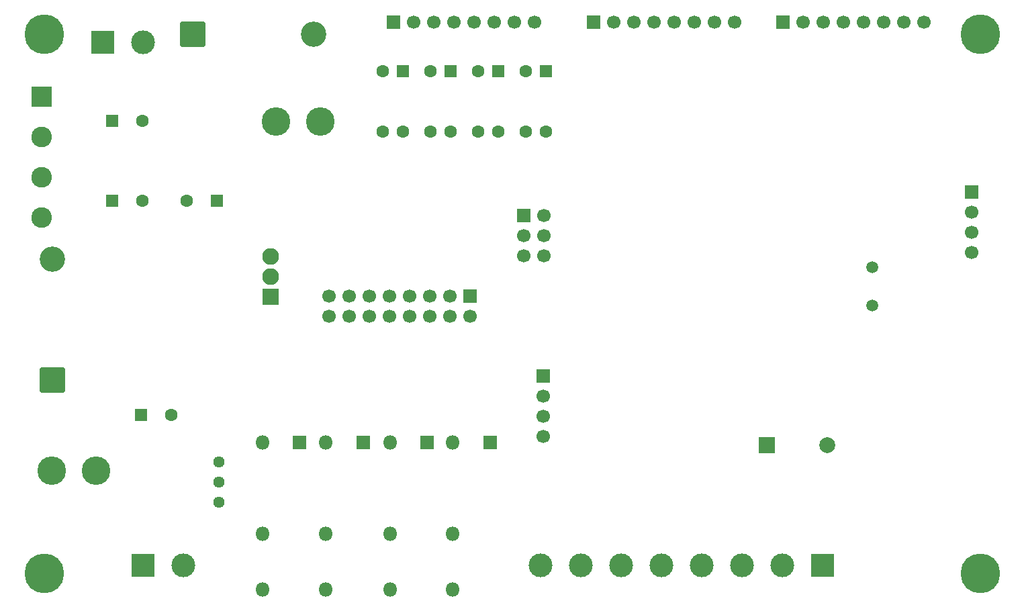
<source format=gbr>
%TF.GenerationSoftware,KiCad,Pcbnew,9.0.3*%
%TF.CreationDate,2025-09-06T19:42:56+07:00*%
%TF.ProjectId,Ex1,4578312e-6b69-4636-9164-5f7063625858,rev?*%
%TF.SameCoordinates,Original*%
%TF.FileFunction,Soldermask,Bot*%
%TF.FilePolarity,Negative*%
%FSLAX46Y46*%
G04 Gerber Fmt 4.6, Leading zero omitted, Abs format (unit mm)*
G04 Created by KiCad (PCBNEW 9.0.3) date 2025-09-06 19:42:56*
%MOMM*%
%LPD*%
G01*
G04 APERTURE LIST*
G04 Aperture macros list*
%AMRoundRect*
0 Rectangle with rounded corners*
0 $1 Rounding radius*
0 $2 $3 $4 $5 $6 $7 $8 $9 X,Y pos of 4 corners*
0 Add a 4 corners polygon primitive as box body*
4,1,4,$2,$3,$4,$5,$6,$7,$8,$9,$2,$3,0*
0 Add four circle primitives for the rounded corners*
1,1,$1+$1,$2,$3*
1,1,$1+$1,$4,$5*
1,1,$1+$1,$6,$7*
1,1,$1+$1,$8,$9*
0 Add four rect primitives between the rounded corners*
20,1,$1+$1,$2,$3,$4,$5,0*
20,1,$1+$1,$4,$5,$6,$7,0*
20,1,$1+$1,$6,$7,$8,$9,0*
20,1,$1+$1,$8,$9,$2,$3,0*%
G04 Aperture macros list end*
%ADD10RoundRect,0.250000X-0.550000X0.550000X-0.550000X-0.550000X0.550000X-0.550000X0.550000X0.550000X0*%
%ADD11C,1.600000*%
%ADD12R,1.700000X1.700000*%
%ADD13C,1.700000*%
%ADD14C,3.600000*%
%ADD15RoundRect,0.250000X1.350000X-1.350000X1.350000X1.350000X-1.350000X1.350000X-1.350000X-1.350000X0*%
%ADD16C,3.200000*%
%ADD17O,1.800000X1.800000*%
%ADD18R,1.800000X1.800000*%
%ADD19C,5.000000*%
%ADD20C,1.440000*%
%ADD21R,3.000000X3.000000*%
%ADD22C,3.000000*%
%ADD23RoundRect,0.250000X-0.550000X-0.550000X0.550000X-0.550000X0.550000X0.550000X-0.550000X0.550000X0*%
%ADD24RoundRect,0.250000X0.550000X0.550000X-0.550000X0.550000X-0.550000X-0.550000X0.550000X-0.550000X0*%
%ADD25RoundRect,0.102000X-1.200000X1.200000X-1.200000X-1.200000X1.200000X-1.200000X1.200000X1.200000X0*%
%ADD26C,2.604000*%
%ADD27R,2.000000X2.000000*%
%ADD28C,2.000000*%
%ADD29RoundRect,0.250000X-1.350000X-1.350000X1.350000X-1.350000X1.350000X1.350000X-1.350000X1.350000X0*%
%ADD30RoundRect,0.102000X0.952500X-0.952500X0.952500X0.952500X-0.952500X0.952500X-0.952500X-0.952500X0*%
%ADD31C,2.109000*%
%ADD32C,1.500000*%
G04 APERTURE END LIST*
D10*
%TO.C,U8*%
X131275000Y-45195000D03*
D11*
X128735000Y-45195000D03*
X128735000Y-52815000D03*
X131275000Y-52815000D03*
%TD*%
D12*
%TO.C,J7*%
X161110000Y-39000000D03*
D13*
X163650000Y-39000000D03*
X166190000Y-39000000D03*
X168730000Y-39000000D03*
X171270000Y-39000000D03*
X173810000Y-39000000D03*
X176350000Y-39000000D03*
X178890000Y-39000000D03*
%TD*%
D14*
%TO.C,L1*%
X68920000Y-95500000D03*
X74500000Y-95500000D03*
%TD*%
D12*
%TO.C,J6*%
X137300000Y-39000000D03*
D13*
X139840000Y-39000000D03*
X142380000Y-39000000D03*
X144920000Y-39000000D03*
X147460000Y-39000000D03*
X150000000Y-39000000D03*
X152540000Y-39000000D03*
X155080000Y-39000000D03*
%TD*%
D12*
%TO.C,J10*%
X121700000Y-73500000D03*
D13*
X121700000Y-76040000D03*
X119160000Y-73500000D03*
X119160000Y-76040000D03*
X116620000Y-73500000D03*
X116620000Y-76040000D03*
X114080000Y-73500000D03*
X114080000Y-76040000D03*
X111540000Y-73500000D03*
X111540000Y-76040000D03*
X109000000Y-73500000D03*
X109000000Y-76040000D03*
X106460000Y-73500000D03*
X106460000Y-76040000D03*
X103920000Y-73500000D03*
X103920000Y-76040000D03*
%TD*%
D15*
%TO.C,D2*%
X69000000Y-84120000D03*
D16*
X69000000Y-68880000D03*
%TD*%
D17*
%TO.C,K1*%
X95500000Y-103500000D03*
X95500000Y-110500000D03*
D18*
X100200000Y-92000000D03*
D17*
X95500000Y-92000000D03*
%TD*%
%TO.C,K2*%
X103500000Y-103500000D03*
X103500000Y-110500000D03*
D18*
X108200000Y-92000000D03*
D17*
X103500000Y-92000000D03*
%TD*%
%TO.C,K3*%
X111582500Y-103500000D03*
X111582500Y-110500000D03*
D18*
X116282500Y-92000000D03*
D17*
X111582500Y-92000000D03*
%TD*%
D19*
%TO.C,TP4*%
X186000000Y-108500000D03*
%TD*%
%TO.C,TP1*%
X68000000Y-40500000D03*
%TD*%
D20*
%TO.C,RV1*%
X90005000Y-99540000D03*
X90005000Y-97000000D03*
X90005000Y-94460000D03*
%TD*%
D21*
%TO.C,J5*%
X166180000Y-107500000D03*
D22*
X161100000Y-107500000D03*
X156020000Y-107500000D03*
X150940000Y-107500000D03*
X145860000Y-107500000D03*
X140780000Y-107500000D03*
X135700000Y-107500000D03*
X130620000Y-107500000D03*
%TD*%
D23*
%TO.C,C1*%
X76597349Y-51400000D03*
D11*
X80397349Y-51400000D03*
%TD*%
D19*
%TO.C,TP3*%
X68000000Y-108500000D03*
%TD*%
D24*
%TO.C,C7*%
X89802651Y-61500000D03*
D11*
X86002651Y-61500000D03*
%TD*%
D12*
%TO.C,J9*%
X184900000Y-60400000D03*
D13*
X184900000Y-62940000D03*
X184900000Y-65480000D03*
X184900000Y-68020000D03*
%TD*%
D25*
%TO.C,D21*%
X67700000Y-48350000D03*
D26*
X67700000Y-63650000D03*
X67700000Y-53450000D03*
X67700000Y-58550000D03*
%TD*%
D17*
%TO.C,K4*%
X119500000Y-103500000D03*
X119500000Y-110500000D03*
D18*
X124200000Y-92000000D03*
D17*
X119500000Y-92000000D03*
%TD*%
D23*
%TO.C,C3*%
X80197349Y-88500000D03*
D11*
X83997349Y-88500000D03*
%TD*%
D21*
%TO.C,J2*%
X80460000Y-107500000D03*
D22*
X85540000Y-107500000D03*
%TD*%
D21*
%TO.C,J1*%
X75420000Y-41500000D03*
D22*
X80500000Y-41500000D03*
%TD*%
D10*
%TO.C,U7*%
X125275000Y-45195000D03*
D11*
X122735000Y-45195000D03*
X122735000Y-52815000D03*
X125275000Y-52815000D03*
%TD*%
D12*
%TO.C,J8*%
X130935000Y-83580000D03*
D13*
X130935000Y-86120000D03*
X130935000Y-88660000D03*
X130935000Y-91200000D03*
%TD*%
D23*
%TO.C,C5*%
X76597349Y-61500000D03*
D11*
X80397349Y-61500000D03*
%TD*%
D27*
%TO.C,BZ1*%
X159100000Y-92300000D03*
D28*
X166700000Y-92300000D03*
%TD*%
D12*
%TO.C,P1*%
X128500000Y-63360000D03*
D13*
X131040000Y-63360000D03*
X128500000Y-65900000D03*
X131040000Y-65900000D03*
X128500000Y-68440000D03*
X131040000Y-68440000D03*
%TD*%
D10*
%TO.C,U3*%
X113240000Y-45195000D03*
D11*
X110700000Y-45195000D03*
X110700000Y-52815000D03*
X113240000Y-52815000D03*
%TD*%
D12*
%TO.C,J4*%
X112000000Y-39000000D03*
D13*
X114540000Y-39000000D03*
X117080000Y-39000000D03*
X119620000Y-39000000D03*
X122160000Y-39000000D03*
X124700000Y-39000000D03*
X127240000Y-39000000D03*
X129780000Y-39000000D03*
%TD*%
D29*
%TO.C,D4*%
X86760000Y-40500000D03*
D16*
X102000000Y-40500000D03*
%TD*%
D14*
%TO.C,L2*%
X97210000Y-51500000D03*
X102790000Y-51500000D03*
%TD*%
D19*
%TO.C,TP2*%
X186000000Y-40500000D03*
%TD*%
D30*
%TO.C,U4*%
X96516000Y-73580000D03*
D31*
X96516000Y-71040000D03*
X96516000Y-68500000D03*
%TD*%
D10*
%TO.C,U6*%
X119275000Y-45195000D03*
D11*
X116735000Y-45195000D03*
X116735000Y-52815000D03*
X119275000Y-52815000D03*
%TD*%
D32*
%TO.C,Y1*%
X172400000Y-69862500D03*
X172400000Y-74742500D03*
%TD*%
M02*

</source>
